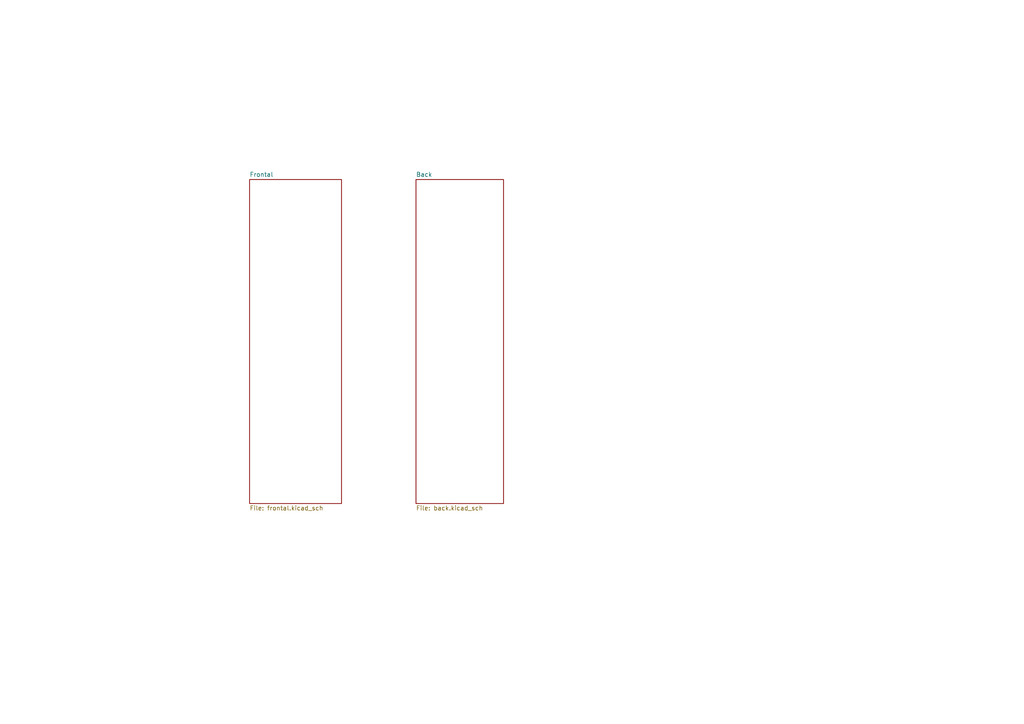
<source format=kicad_sch>
(kicad_sch
	(version 20250114)
	(generator "eeschema")
	(generator_version "9.0")
	(uuid "2d04fe7c-1661-4db6-9eb0-d7e784f3eea7")
	(paper "A4")
	(lib_symbols)
	(sheet
		(at 120.65 52.07)
		(size 25.4 93.98)
		(exclude_from_sim no)
		(in_bom yes)
		(on_board yes)
		(dnp no)
		(fields_autoplaced yes)
		(stroke
			(width 0.1524)
			(type solid)
		)
		(fill
			(color 0 0 0 0.0000)
		)
		(uuid "672b7574-689e-44ab-94a5-1ec0a30e27fa")
		(property "Sheetname" "Back"
			(at 120.65 51.3584 0)
			(effects
				(font
					(size 1.27 1.27)
				)
				(justify left bottom)
			)
		)
		(property "Sheetfile" "back.kicad_sch"
			(at 120.65 146.6346 0)
			(effects
				(font
					(size 1.27 1.27)
				)
				(justify left top)
			)
		)
		(instances
			(project "GFC500"
				(path "/2d04fe7c-1661-4db6-9eb0-d7e784f3eea7"
					(page "3")
				)
			)
		)
	)
	(sheet
		(at 72.39 52.07)
		(size 26.67 93.98)
		(exclude_from_sim no)
		(in_bom yes)
		(on_board yes)
		(dnp no)
		(fields_autoplaced yes)
		(stroke
			(width 0.1524)
			(type solid)
		)
		(fill
			(color 0 0 0 0.0000)
		)
		(uuid "f00e7c9a-499c-409c-8ac2-d6f4f1580835")
		(property "Sheetname" "Frontal"
			(at 72.39 51.3584 0)
			(effects
				(font
					(size 1.27 1.27)
				)
				(justify left bottom)
			)
		)
		(property "Sheetfile" "frontal.kicad_sch"
			(at 72.39 146.6346 0)
			(effects
				(font
					(size 1.27 1.27)
				)
				(justify left top)
			)
		)
		(instances
			(project "GFC500"
				(path "/2d04fe7c-1661-4db6-9eb0-d7e784f3eea7"
					(page "2")
				)
			)
		)
	)
	(sheet_instances
		(path "/"
			(page "1")
		)
	)
	(embedded_fonts no)
)

</source>
